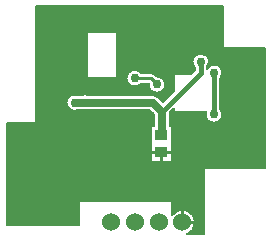
<source format=gbl>
%FSLAX23Y23*%
%MOIN*%
G04 EasyPC Gerber Version 16.0.6 Build 3249 *
%ADD10C,0.00500*%
%ADD88C,0.01000*%
%ADD15C,0.01500*%
%ADD89C,0.02500*%
%ADD115C,0.03000*%
%ADD14C,0.06000*%
%ADD98R,0.04331X0.03740*%
X0Y0D02*
D02*
D10*
X675Y158D02*
G75*
G02X751Y133I34J-26D01*
G01*
G75*
G02X723Y93I-43*
G01*
X780*
Y313*
X985*
Y713*
X845*
Y853*
X220*
Y463*
X125*
Y123*
X365*
Y203*
X675*
Y158*
X361Y507D02*
G75*
G02X322Y532I-11J25D01*
G01*
G75*
G02X361Y558I28*
G01*
X373*
G75*
G02X396I11J-25*
G01*
X610*
G75*
G02X628Y550J-25*
G01*
X643Y534*
X680Y571*
Y627*
X737*
X750Y641*
Y649*
G75*
G02X742Y668I20J19*
G01*
G75*
G02X797I28*
G01*
G75*
G02X790Y649I-28*
G01*
Y644*
G75*
G02X842Y632I25J-11*
G01*
G75*
G02X835Y614I-28*
G01*
Y511*
G75*
G02X842Y493I-20J-19*
G01*
G75*
G02X787I-28*
G01*
G75*
G02X789Y502I28J0*
G01*
X680*
Y514*
X667Y502*
G75*
G02X666Y495I-27J1*
G01*
Y455*
X673*
Y336*
X604*
Y455*
X613*
Y494*
X599Y507*
X396*
G75*
G02X373I-11J25*
G01*
X361*
X390Y613D02*
Y768D01*
X490*
Y613*
X390*
X571Y595D02*
G75*
G02X522Y613I-21J18D01*
G01*
G75*
G02X571Y630I28*
G01*
X605*
G75*
G02X617Y625J-18*
G01*
X622Y620*
G75*
G02X652Y593I3J-27*
G01*
G75*
G02X597I-28*
G01*
G75*
G02X597Y595I28J0*
G01*
X571*
X220Y515D02*
G36*
Y463D01*
X125*
Y123*
X365*
Y203*
X675*
Y158*
G75*
G02X751Y133I34J-26*
G01*
G75*
G02X723Y93I-43*
G01*
X780*
Y313*
X985*
Y515*
X835*
Y511*
G75*
G02X842Y493I-20J-19*
G01*
G75*
G02X787I-28*
G01*
G75*
G02X789Y502I28J0*
G01*
X680*
Y514*
X667Y502*
G75*
G02X666Y495I-27J1*
G01*
Y455*
X673*
Y336*
X604*
Y455*
X613*
Y494*
X599Y507*
X396*
G75*
G02X373I-11J25*
G01*
X361*
G75*
G02X328Y515I-11J25*
G01*
X220*
G37*
X328D02*
G36*
G75*
G02X322Y532I22J17D01*
G01*
G75*
G02X361Y558I28*
G01*
X373*
G75*
G02X396I11J-25*
G01*
X610*
G75*
G02X628Y550J-25*
G01*
X643Y534*
X680Y571*
Y603*
X650*
G75*
G02X652Y593I-26J-10*
G01*
G75*
G02X597I-28*
G01*
G75*
G02X597Y595I28J0*
G01*
X571*
G75*
G02X524Y603I-21J18*
G01*
X220*
Y515*
X328*
G37*
X985D02*
G36*
Y603D01*
X835*
Y515*
X985*
G37*
X220Y690D02*
G36*
Y603D01*
X524*
G75*
G02X522Y613I26J10*
G01*
G75*
G02X571Y630I28*
G01*
X605*
G75*
G02X617Y625J-18*
G01*
X622Y620*
G75*
G02X650Y603I3J-27*
G01*
X680*
Y627*
X737*
X750Y641*
Y649*
G75*
G02X742Y668I20J19*
G01*
G75*
G02X754Y690I28*
G01*
X490*
Y613*
X390*
Y690*
X220*
G37*
X390D02*
G36*
Y768D01*
X490*
Y690*
X754*
G75*
G02X786I16J-23*
G01*
X985*
Y713*
X845*
Y853*
X220*
Y690*
X390*
G37*
X786D02*
G36*
G75*
G02X797Y668I-16J-23D01*
G01*
G75*
G02X790Y649I-28*
G01*
Y644*
G75*
G02X842Y632I25J-11*
G01*
G75*
G02X835Y614I-28*
G01*
Y603*
X985*
Y690*
X786*
G37*
D02*
D14*
X472Y133D03*
X551D03*
X630D03*
X709D03*
D02*
D15*
X770Y668D02*
Y632D01*
X640Y502*
X815Y493D02*
Y632D01*
D02*
D88*
X550Y613D02*
X605D01*
X625Y593*
X622Y367D02*
X602D01*
X639Y353D02*
Y333D01*
X655Y367D02*
X675D01*
X709Y158D02*
Y178D01*
X734Y133D02*
X754D01*
D02*
D89*
X640Y502D02*
Y425D01*
X639Y424*
X640Y502D02*
X610Y532D01*
X350*
D02*
D98*
X639Y367D03*
Y424D03*
D02*
D115*
X145Y147D03*
X160Y438D03*
X240Y147D03*
X255Y808D03*
X295Y433D03*
X335Y147D03*
X350Y532D03*
X385D03*
X390Y588D03*
Y808D03*
X505Y288D03*
Y328D03*
Y808D03*
X550Y613D03*
X625Y593D03*
X640Y502D03*
X655Y673D03*
X670Y833D03*
X705Y243D03*
X710Y198D03*
X760Y188D03*
Y248D03*
Y323D03*
X770Y668D03*
X810Y833D03*
X815Y493D03*
Y632D03*
X945Y458D03*
X960Y688D03*
X0Y0D02*
M02*

</source>
